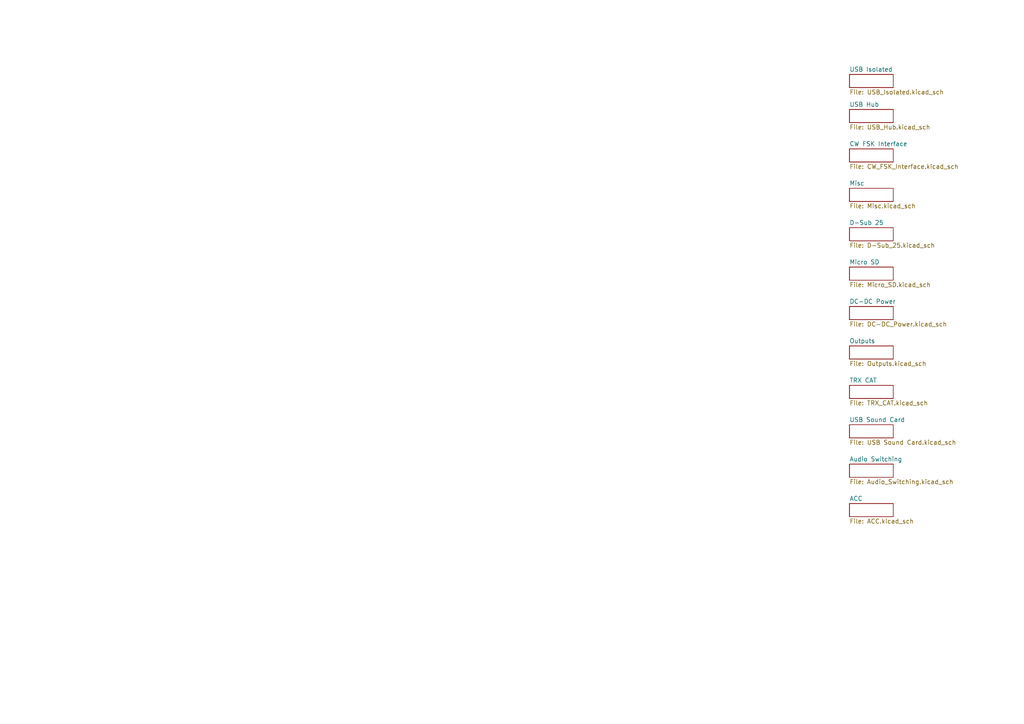
<source format=kicad_sch>
(kicad_sch
	(version 20231120)
	(generator "eeschema")
	(generator_version "8.0")
	(uuid "d93537ee-5c24-4c3e-8ba0-9c6559a17368")
	(paper "A4")
	(lib_symbols)
	(sheet
		(at 246.38 100.33)
		(size 12.7 3.81)
		(fields_autoplaced yes)
		(stroke
			(width 0.1524)
			(type solid)
		)
		(fill
			(color 0 0 0 0.0000)
		)
		(uuid "028e3d1a-bccc-48f9-ab4d-1dc64a5e94ff")
		(property "Sheetname" "Outputs"
			(at 246.38 99.6184 0)
			(effects
				(font
					(size 1.27 1.27)
				)
				(justify left bottom)
			)
		)
		(property "Sheetfile" "Outputs.kicad_sch"
			(at 246.38 104.7246 0)
			(effects
				(font
					(size 1.27 1.27)
				)
				(justify left top)
			)
		)
		(instances
			(project "Open Interface III"
				(path "/d93537ee-5c24-4c3e-8ba0-9c6559a17368"
					(page "9")
				)
			)
		)
	)
	(sheet
		(at 246.38 111.76)
		(size 12.7 3.81)
		(fields_autoplaced yes)
		(stroke
			(width 0.1524)
			(type solid)
		)
		(fill
			(color 0 0 0 0.0000)
		)
		(uuid "04e0591c-9342-4afe-bf6a-45062b44bacf")
		(property "Sheetname" "TRX CAT"
			(at 246.38 111.0484 0)
			(effects
				(font
					(size 1.27 1.27)
				)
				(justify left bottom)
			)
		)
		(property "Sheetfile" "TRX_CAT.kicad_sch"
			(at 246.38 116.1546 0)
			(effects
				(font
					(size 1.27 1.27)
				)
				(justify left top)
			)
		)
		(instances
			(project "Open Interface III"
				(path "/d93537ee-5c24-4c3e-8ba0-9c6559a17368"
					(page "10")
				)
			)
		)
	)
	(sheet
		(at 246.38 66.04)
		(size 12.7 3.81)
		(fields_autoplaced yes)
		(stroke
			(width 0.1524)
			(type solid)
		)
		(fill
			(color 0 0 0 0.0000)
		)
		(uuid "12a318de-a82f-417b-8860-baf714680e38")
		(property "Sheetname" "D-Sub 25"
			(at 246.38 65.3284 0)
			(effects
				(font
					(size 1.27 1.27)
				)
				(justify left bottom)
			)
		)
		(property "Sheetfile" "D-Sub_25.kicad_sch"
			(at 246.38 70.4346 0)
			(effects
				(font
					(size 1.27 1.27)
				)
				(justify left top)
			)
		)
		(instances
			(project "Open Interface III"
				(path "/d93537ee-5c24-4c3e-8ba0-9c6559a17368"
					(page "6")
				)
			)
		)
	)
	(sheet
		(at 246.38 21.59)
		(size 12.7 3.81)
		(fields_autoplaced yes)
		(stroke
			(width 0.1524)
			(type solid)
		)
		(fill
			(color 0 0 0 0.0000)
		)
		(uuid "38dbc9f8-2c26-4fae-962d-1a1a74211f12")
		(property "Sheetname" "USB Isolated"
			(at 246.38 20.8784 0)
			(effects
				(font
					(size 1.27 1.27)
				)
				(justify left bottom)
			)
		)
		(property "Sheetfile" "USB_Isolated.kicad_sch"
			(at 246.38 25.9846 0)
			(effects
				(font
					(size 1.27 1.27)
				)
				(justify left top)
			)
		)
		(property "Field2" ""
			(at 246.38 21.59 0)
			(effects
				(font
					(size 1.27 1.27)
				)
				(hide yes)
			)
		)
		(instances
			(project "Open Interface III"
				(path "/d93537ee-5c24-4c3e-8ba0-9c6559a17368"
					(page "2")
				)
			)
		)
	)
	(sheet
		(at 246.38 77.47)
		(size 12.7 3.81)
		(fields_autoplaced yes)
		(stroke
			(width 0.1524)
			(type solid)
		)
		(fill
			(color 0 0 0 0.0000)
		)
		(uuid "604b6e8f-bbfc-4153-991d-cc7d34f8db00")
		(property "Sheetname" "Micro SD"
			(at 246.38 76.7584 0)
			(effects
				(font
					(size 1.27 1.27)
				)
				(justify left bottom)
			)
		)
		(property "Sheetfile" "Micro_SD.kicad_sch"
			(at 246.38 81.8646 0)
			(effects
				(font
					(size 1.27 1.27)
				)
				(justify left top)
			)
		)
		(instances
			(project "Open Interface III"
				(path "/d93537ee-5c24-4c3e-8ba0-9c6559a17368"
					(page "7")
				)
			)
		)
	)
	(sheet
		(at 246.38 54.61)
		(size 12.7 3.81)
		(fields_autoplaced yes)
		(stroke
			(width 0.1524)
			(type solid)
		)
		(fill
			(color 0 0 0 0.0000)
		)
		(uuid "671112d9-5af4-4042-bb4b-eae8a0524e41")
		(property "Sheetname" "Misc"
			(at 246.38 53.8984 0)
			(effects
				(font
					(size 1.27 1.27)
				)
				(justify left bottom)
			)
		)
		(property "Sheetfile" "Misc.kicad_sch"
			(at 246.38 59.0046 0)
			(effects
				(font
					(size 1.27 1.27)
				)
				(justify left top)
			)
		)
		(instances
			(project "Open Interface III"
				(path "/d93537ee-5c24-4c3e-8ba0-9c6559a17368"
					(page "5")
				)
			)
		)
	)
	(sheet
		(at 246.38 43.18)
		(size 12.7 3.81)
		(fields_autoplaced yes)
		(stroke
			(width 0.1524)
			(type solid)
		)
		(fill
			(color 0 0 0 0.0000)
		)
		(uuid "8beda446-4d77-441c-84b1-ea68ba3126a0")
		(property "Sheetname" "CW FSK Interface"
			(at 246.38 42.4684 0)
			(effects
				(font
					(size 1.27 1.27)
				)
				(justify left bottom)
			)
		)
		(property "Sheetfile" "CW_FSK_Interface.kicad_sch"
			(at 246.38 47.5746 0)
			(effects
				(font
					(size 1.27 1.27)
				)
				(justify left top)
			)
		)
		(instances
			(project "Open Interface III"
				(path "/d93537ee-5c24-4c3e-8ba0-9c6559a17368"
					(page "4")
				)
			)
		)
	)
	(sheet
		(at 246.38 31.75)
		(size 12.7 3.81)
		(fields_autoplaced yes)
		(stroke
			(width 0.1524)
			(type solid)
		)
		(fill
			(color 0 0 0 0.0000)
		)
		(uuid "984810fb-07e9-4dc7-899a-8d7391d09c8c")
		(property "Sheetname" "USB Hub"
			(at 246.38 31.0384 0)
			(effects
				(font
					(size 1.27 1.27)
				)
				(justify left bottom)
			)
		)
		(property "Sheetfile" "USB_Hub.kicad_sch"
			(at 246.38 36.1446 0)
			(effects
				(font
					(size 1.27 1.27)
				)
				(justify left top)
			)
		)
		(instances
			(project "Open Interface III"
				(path "/d93537ee-5c24-4c3e-8ba0-9c6559a17368"
					(page "3")
				)
			)
		)
	)
	(sheet
		(at 246.38 134.62)
		(size 12.7 3.81)
		(fields_autoplaced yes)
		(stroke
			(width 0.1524)
			(type solid)
		)
		(fill
			(color 0 0 0 0.0000)
		)
		(uuid "af60e1b9-0da5-42a6-8b56-df77791cfdef")
		(property "Sheetname" "Audio Switching"
			(at 246.38 133.9084 0)
			(effects
				(font
					(size 1.27 1.27)
				)
				(justify left bottom)
			)
		)
		(property "Sheetfile" "Audio_Switching.kicad_sch"
			(at 246.38 139.0146 0)
			(effects
				(font
					(size 1.27 1.27)
				)
				(justify left top)
			)
		)
		(instances
			(project "Open Interface III"
				(path "/d93537ee-5c24-4c3e-8ba0-9c6559a17368"
					(page "12")
				)
			)
		)
	)
	(sheet
		(at 246.38 146.05)
		(size 12.7 3.81)
		(fields_autoplaced yes)
		(stroke
			(width 0.1524)
			(type solid)
		)
		(fill
			(color 0 0 0 0.0000)
		)
		(uuid "d932de5e-0586-4eef-9362-e258b5f13627")
		(property "Sheetname" "ACC"
			(at 246.38 145.3384 0)
			(effects
				(font
					(size 1.27 1.27)
				)
				(justify left bottom)
			)
		)
		(property "Sheetfile" "ACC.kicad_sch"
			(at 246.38 150.4446 0)
			(effects
				(font
					(size 1.27 1.27)
				)
				(justify left top)
			)
		)
		(instances
			(project "Open Interface III"
				(path "/d93537ee-5c24-4c3e-8ba0-9c6559a17368"
					(page "13")
				)
			)
		)
	)
	(sheet
		(at 246.38 123.19)
		(size 12.7 3.81)
		(fields_autoplaced yes)
		(stroke
			(width 0.1524)
			(type solid)
		)
		(fill
			(color 0 0 0 0.0000)
		)
		(uuid "e0b47b2c-2243-482e-b0f6-3fb40b19cccc")
		(property "Sheetname" "USB Sound Card"
			(at 246.38 122.4784 0)
			(effects
				(font
					(size 1.27 1.27)
				)
				(justify left bottom)
			)
		)
		(property "Sheetfile" "USB Sound Card.kicad_sch"
			(at 246.38 127.5846 0)
			(effects
				(font
					(size 1.27 1.27)
				)
				(justify left top)
			)
		)
		(instances
			(project "Open Interface III"
				(path "/d93537ee-5c24-4c3e-8ba0-9c6559a17368"
					(page "11")
				)
			)
		)
	)
	(sheet
		(at 246.38 88.9)
		(size 12.7 3.81)
		(fields_autoplaced yes)
		(stroke
			(width 0.1524)
			(type solid)
		)
		(fill
			(color 0 0 0 0.0000)
		)
		(uuid "f51ea176-0284-463d-bcc7-8a64c07392ab")
		(property "Sheetname" "DC-DC Power"
			(at 246.38 88.1884 0)
			(effects
				(font
					(size 1.27 1.27)
				)
				(justify left bottom)
			)
		)
		(property "Sheetfile" "DC-DC_Power.kicad_sch"
			(at 246.38 93.2946 0)
			(effects
				(font
					(size 1.27 1.27)
				)
				(justify left top)
			)
		)
		(instances
			(project "Open Interface III"
				(path "/d93537ee-5c24-4c3e-8ba0-9c6559a17368"
					(page "8")
				)
			)
		)
	)
	(sheet_instances
		(path "/"
			(page "1")
		)
	)
)

</source>
